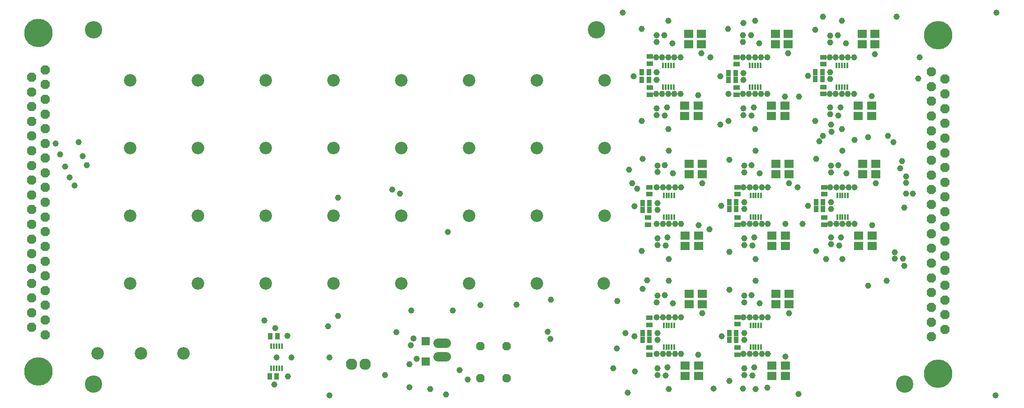
<source format=gbs>
G75*
%MOIN*%
%OFA0B0*%
%FSLAX25Y25*%
%IPPOS*%
%LPD*%
%AMOC8*
5,1,8,0,0,1.08239X$1,22.5*
%
%ADD10C,0.12795*%
%ADD11C,0.09252*%
%ADD12R,0.01575X0.04331*%
%ADD13OC8,0.06984*%
%ADD14C,0.20984*%
%ADD15R,0.06890X0.06102*%
%ADD16R,0.03740X0.04528*%
%ADD17R,0.04528X0.03740*%
%ADD18C,0.08384*%
%ADD19C,0.06984*%
%ADD20OC8,0.06184*%
%ADD21R,0.06496X0.06496*%
%ADD22C,0.04559*%
D10*
X0180457Y0048079D03*
X0778883Y0048079D03*
X0551595Y0309890D03*
X0180457Y0309890D03*
D11*
X0207595Y0272433D03*
X0257595Y0272433D03*
X0307595Y0272433D03*
X0357595Y0272433D03*
X0407595Y0272433D03*
X0457595Y0272433D03*
X0507595Y0272433D03*
X0557595Y0272433D03*
X0557595Y0222433D03*
X0507595Y0222433D03*
X0457595Y0222433D03*
X0407595Y0222433D03*
X0357595Y0222433D03*
X0307595Y0222433D03*
X0257595Y0222433D03*
X0207595Y0222433D03*
X0207595Y0172433D03*
X0257595Y0172433D03*
X0307595Y0172433D03*
X0357595Y0172433D03*
X0407595Y0172433D03*
X0457595Y0172433D03*
X0507595Y0172433D03*
X0557595Y0172433D03*
X0557095Y0122433D03*
X0507595Y0122433D03*
X0457595Y0122433D03*
X0407595Y0122433D03*
X0357595Y0122433D03*
X0307595Y0122433D03*
X0257595Y0122433D03*
X0207595Y0122433D03*
X0215595Y0070933D03*
X0247095Y0070933D03*
X0183595Y0070933D03*
D12*
X0311658Y0076004D03*
X0313627Y0076004D03*
X0315595Y0076004D03*
X0317564Y0076004D03*
X0319532Y0076004D03*
X0319532Y0059862D03*
X0317564Y0059862D03*
X0315595Y0059862D03*
X0313627Y0059862D03*
X0311658Y0059862D03*
X0601158Y0075362D03*
X0603127Y0075362D03*
X0605095Y0075362D03*
X0607064Y0075362D03*
X0609032Y0075362D03*
X0609032Y0091504D03*
X0607064Y0091504D03*
X0605095Y0091504D03*
X0603127Y0091504D03*
X0601158Y0091504D03*
X0665158Y0091504D03*
X0667127Y0091504D03*
X0669095Y0091504D03*
X0671064Y0091504D03*
X0673032Y0091504D03*
X0673032Y0075362D03*
X0671064Y0075362D03*
X0669095Y0075362D03*
X0667127Y0075362D03*
X0665158Y0075362D03*
X0665158Y0171362D03*
X0667127Y0171362D03*
X0669095Y0171362D03*
X0671064Y0171362D03*
X0673032Y0171362D03*
X0673032Y0187504D03*
X0671064Y0187504D03*
X0669095Y0187504D03*
X0667127Y0187504D03*
X0665158Y0187504D03*
X0609032Y0187504D03*
X0607064Y0187504D03*
X0605095Y0187504D03*
X0603127Y0187504D03*
X0601158Y0187504D03*
X0601158Y0171362D03*
X0603127Y0171362D03*
X0605095Y0171362D03*
X0607064Y0171362D03*
X0609032Y0171362D03*
X0729158Y0171362D03*
X0731127Y0171362D03*
X0733095Y0171362D03*
X0735064Y0171362D03*
X0737032Y0171362D03*
X0737032Y0187504D03*
X0735064Y0187504D03*
X0733095Y0187504D03*
X0731127Y0187504D03*
X0729158Y0187504D03*
X0728658Y0267362D03*
X0730627Y0267362D03*
X0732595Y0267362D03*
X0734564Y0267362D03*
X0736532Y0267362D03*
X0736532Y0283504D03*
X0734564Y0283504D03*
X0732595Y0283504D03*
X0730627Y0283504D03*
X0728658Y0283504D03*
X0672532Y0283504D03*
X0670564Y0283504D03*
X0668595Y0283504D03*
X0666627Y0283504D03*
X0664658Y0283504D03*
X0664658Y0267362D03*
X0666627Y0267362D03*
X0668595Y0267362D03*
X0670564Y0267362D03*
X0672532Y0267362D03*
X0608532Y0267362D03*
X0606564Y0267362D03*
X0604595Y0267362D03*
X0602627Y0267362D03*
X0600658Y0267362D03*
X0600658Y0283504D03*
X0602627Y0283504D03*
X0604595Y0283504D03*
X0606564Y0283504D03*
X0608532Y0283504D03*
D13*
X0798595Y0278733D03*
X0798595Y0267833D03*
X0808595Y0262433D03*
X0798595Y0257033D03*
X0808595Y0251533D03*
X0808595Y0240733D03*
X0798595Y0246133D03*
X0798595Y0235233D03*
X0808595Y0229833D03*
X0798595Y0224433D03*
X0808595Y0218933D03*
X0798595Y0213533D03*
X0798595Y0202633D03*
X0808595Y0197233D03*
X0798595Y0191833D03*
X0808595Y0186333D03*
X0798595Y0180933D03*
X0808595Y0175533D03*
X0808595Y0164633D03*
X0798595Y0159233D03*
X0808595Y0153733D03*
X0798595Y0148333D03*
X0808595Y0142933D03*
X0798595Y0137433D03*
X0798595Y0126533D03*
X0808595Y0121133D03*
X0798595Y0115733D03*
X0808595Y0110233D03*
X0808595Y0099433D03*
X0798595Y0104833D03*
X0798595Y0093933D03*
X0808595Y0088533D03*
X0798595Y0083133D03*
X0808595Y0132033D03*
X0798595Y0170033D03*
X0808595Y0208133D03*
X0808595Y0273333D03*
X0145095Y0269433D03*
X0135095Y0274833D03*
X0135095Y0263933D03*
X0145095Y0258533D03*
X0135095Y0253133D03*
X0145095Y0247633D03*
X0135095Y0242233D03*
X0145095Y0236833D03*
X0135095Y0231333D03*
X0145095Y0225933D03*
X0135095Y0220533D03*
X0145095Y0215033D03*
X0135095Y0209633D03*
X0145095Y0204133D03*
X0135095Y0198733D03*
X0145095Y0193333D03*
X0135095Y0187833D03*
X0145095Y0182433D03*
X0135095Y0177033D03*
X0145095Y0171533D03*
X0135095Y0166133D03*
X0145095Y0160733D03*
X0135095Y0155233D03*
X0145095Y0149833D03*
X0135095Y0144433D03*
X0145095Y0138933D03*
X0135095Y0133533D03*
X0145095Y0128133D03*
X0135095Y0122633D03*
X0145095Y0117233D03*
X0135095Y0111833D03*
X0145095Y0106333D03*
X0135095Y0100933D03*
X0145095Y0095533D03*
X0135095Y0090033D03*
X0145095Y0084633D03*
X0145095Y0280233D03*
D14*
X0140095Y0057433D03*
X0140095Y0307433D03*
X0803595Y0305933D03*
X0803595Y0055933D03*
D15*
X0691095Y0054193D03*
X0681095Y0054193D03*
X0681095Y0061673D03*
X0691095Y0061673D03*
X0627095Y0061673D03*
X0617095Y0061673D03*
X0617095Y0054193D03*
X0627095Y0054193D03*
X0629595Y0107193D03*
X0620095Y0107193D03*
X0620095Y0114673D03*
X0629595Y0114673D03*
X0684095Y0114673D03*
X0693595Y0114673D03*
X0693595Y0107193D03*
X0684095Y0107193D03*
X0681095Y0150193D03*
X0691095Y0150193D03*
X0691095Y0157673D03*
X0681095Y0157673D03*
X0627095Y0157673D03*
X0617095Y0157673D03*
X0617095Y0150193D03*
X0627095Y0150193D03*
X0745095Y0150193D03*
X0745095Y0157673D03*
X0755095Y0157673D03*
X0755095Y0150193D03*
X0757595Y0203193D03*
X0748095Y0203193D03*
X0748095Y0210673D03*
X0757595Y0210673D03*
X0693595Y0210673D03*
X0684095Y0210673D03*
X0684095Y0203193D03*
X0693595Y0203193D03*
X0629595Y0203193D03*
X0620095Y0203193D03*
X0620095Y0210673D03*
X0629595Y0210673D03*
X0626595Y0246193D03*
X0616595Y0246193D03*
X0616595Y0253673D03*
X0626595Y0253673D03*
X0680595Y0253673D03*
X0690595Y0253673D03*
X0690595Y0246193D03*
X0680595Y0246193D03*
X0744595Y0246193D03*
X0744595Y0253673D03*
X0754595Y0253673D03*
X0754595Y0246193D03*
X0757095Y0299193D03*
X0747595Y0299193D03*
X0747595Y0306673D03*
X0757095Y0306673D03*
X0693095Y0306673D03*
X0683595Y0306673D03*
X0683595Y0299193D03*
X0693095Y0299193D03*
X0629095Y0299193D03*
X0619595Y0299193D03*
X0619595Y0306673D03*
X0629095Y0306673D03*
D16*
X0649036Y0277933D03*
X0649036Y0272933D03*
X0654154Y0272933D03*
X0654154Y0277933D03*
X0713036Y0278433D03*
X0713036Y0273433D03*
X0718154Y0273433D03*
X0718154Y0278433D03*
X0590154Y0278433D03*
X0585036Y0278433D03*
X0585036Y0272933D03*
X0590154Y0272933D03*
X0590654Y0181933D03*
X0590654Y0176933D03*
X0585536Y0176933D03*
X0585536Y0181933D03*
X0649536Y0182433D03*
X0649536Y0177433D03*
X0654654Y0177433D03*
X0654654Y0182433D03*
X0713536Y0182433D03*
X0713536Y0177433D03*
X0718654Y0177433D03*
X0718654Y0182433D03*
X0654654Y0085933D03*
X0654654Y0080933D03*
X0649536Y0080933D03*
X0649536Y0085933D03*
X0590654Y0085933D03*
X0590654Y0080933D03*
X0585536Y0080933D03*
X0585536Y0085933D03*
X0316154Y0083433D03*
X0311036Y0083433D03*
X0310536Y0053933D03*
X0315654Y0053933D03*
D17*
X0590595Y0069874D03*
X0590595Y0074992D03*
X0590595Y0091874D03*
X0590595Y0096992D03*
X0655595Y0097492D03*
X0655595Y0092374D03*
X0655595Y0074992D03*
X0655595Y0069874D03*
X0655595Y0165874D03*
X0655595Y0170992D03*
X0655595Y0188374D03*
X0655595Y0193492D03*
X0590595Y0193492D03*
X0590595Y0188374D03*
X0589595Y0170992D03*
X0589595Y0165874D03*
X0719595Y0165874D03*
X0719595Y0170992D03*
X0719595Y0188374D03*
X0719595Y0193492D03*
X0719095Y0262374D03*
X0719095Y0267492D03*
X0719095Y0284374D03*
X0719095Y0289492D03*
X0655095Y0289492D03*
X0655095Y0284374D03*
X0655095Y0266992D03*
X0655095Y0261874D03*
X0591095Y0261874D03*
X0591095Y0266992D03*
X0591095Y0284874D03*
X0591095Y0289992D03*
D18*
X0381095Y0062933D03*
X0371095Y0062933D03*
D19*
X0434595Y0068433D02*
X0440595Y0068433D01*
X0440595Y0078433D02*
X0434595Y0078433D01*
D20*
X0465795Y0076233D03*
X0485395Y0076233D03*
X0485395Y0052633D03*
X0465795Y0052633D03*
D21*
X0425595Y0064953D03*
X0425595Y0079913D03*
D22*
X0416595Y0081933D03*
X0414595Y0076933D03*
X0404095Y0086433D03*
X0415095Y0102433D03*
X0445595Y0102433D03*
X0466095Y0106433D03*
X0492595Y0106933D03*
X0518095Y0110433D03*
X0567095Y0109433D03*
X0585595Y0118433D03*
X0589095Y0124933D03*
X0605095Y0124433D03*
X0602095Y0113933D03*
X0596595Y0113433D03*
X0596095Y0108433D03*
X0608095Y0107933D03*
X0629595Y0100433D03*
X0614095Y0097433D03*
X0609595Y0097433D03*
X0605095Y0097433D03*
X0600595Y0097433D03*
X0596095Y0097433D03*
X0596595Y0085933D03*
X0596595Y0080933D03*
X0579595Y0083433D03*
X0573095Y0085933D03*
X0566595Y0074433D03*
X0564095Y0059933D03*
X0580095Y0057433D03*
X0596595Y0054933D03*
X0596595Y0059933D03*
X0604095Y0060433D03*
X0602595Y0054433D03*
X0605095Y0044433D03*
X0638095Y0044933D03*
X0649595Y0050433D03*
X0660595Y0054933D03*
X0660595Y0059933D03*
X0668095Y0060433D03*
X0666595Y0054433D03*
X0669095Y0044433D03*
X0677595Y0045433D03*
X0659595Y0044933D03*
X0700595Y0040933D03*
X0691095Y0068433D03*
X0678095Y0070433D03*
X0673595Y0070433D03*
X0669095Y0070433D03*
X0664595Y0070433D03*
X0660095Y0070433D03*
X0660595Y0080933D03*
X0660595Y0085933D03*
X0644095Y0083433D03*
X0626595Y0069933D03*
X0614095Y0070433D03*
X0609595Y0070433D03*
X0605095Y0070433D03*
X0600595Y0070433D03*
X0596095Y0070433D03*
X0660095Y0097433D03*
X0664595Y0097433D03*
X0669095Y0097433D03*
X0673595Y0097433D03*
X0678095Y0097433D03*
X0693595Y0100433D03*
X0672095Y0107933D03*
X0666095Y0113933D03*
X0660595Y0113433D03*
X0660595Y0108433D03*
X0649595Y0117933D03*
X0669095Y0124433D03*
X0669095Y0140433D03*
X0649595Y0145933D03*
X0660595Y0150933D03*
X0660595Y0155933D03*
X0668095Y0156433D03*
X0666595Y0150433D03*
X0664595Y0166433D03*
X0660095Y0166433D03*
X0669095Y0166433D03*
X0673595Y0166433D03*
X0678095Y0166433D03*
X0691095Y0166433D03*
X0703595Y0166433D03*
X0724095Y0166433D03*
X0728595Y0166433D03*
X0733095Y0166433D03*
X0737595Y0166433D03*
X0742095Y0166433D03*
X0755095Y0165433D03*
X0732095Y0156433D03*
X0730595Y0150433D03*
X0724595Y0151433D03*
X0724595Y0156433D03*
X0713595Y0146433D03*
X0721095Y0140433D03*
X0733095Y0140433D03*
X0765595Y0124433D03*
X0752095Y0120933D03*
X0778595Y0135433D03*
X0777595Y0140933D03*
X0771595Y0140933D03*
X0771595Y0145433D03*
X0778595Y0178433D03*
X0780095Y0188933D03*
X0785095Y0188933D03*
X0780095Y0196933D03*
X0780095Y0201433D03*
X0775595Y0207433D03*
X0777095Y0212933D03*
X0770595Y0226933D03*
X0766595Y0231433D03*
X0752095Y0230433D03*
X0742095Y0228433D03*
X0733095Y0220433D03*
X0716095Y0227433D03*
X0718595Y0231433D03*
X0725095Y0234433D03*
X0724595Y0239933D03*
X0732595Y0236433D03*
X0713095Y0242433D03*
X0724095Y0247433D03*
X0730095Y0246433D03*
X0731595Y0252433D03*
X0724095Y0252433D03*
X0723595Y0262433D03*
X0728095Y0262433D03*
X0732595Y0262433D03*
X0737095Y0262433D03*
X0741595Y0262433D03*
X0754595Y0260933D03*
X0789095Y0273933D03*
X0790095Y0289433D03*
X0757095Y0291933D03*
X0741595Y0289433D03*
X0737095Y0289433D03*
X0732595Y0289433D03*
X0728095Y0289433D03*
X0723595Y0289433D03*
X0724095Y0278433D03*
X0724095Y0273433D03*
X0707595Y0275933D03*
X0677595Y0289433D03*
X0673095Y0289433D03*
X0668595Y0289433D03*
X0664095Y0289433D03*
X0659595Y0289433D03*
X0659595Y0300933D03*
X0671595Y0299933D03*
X0665595Y0305933D03*
X0659595Y0305933D03*
X0648595Y0310433D03*
X0660095Y0314933D03*
X0668595Y0316433D03*
X0713095Y0309933D03*
X0718595Y0319433D03*
X0732595Y0316433D03*
X0729595Y0305933D03*
X0724095Y0305433D03*
X0724095Y0300433D03*
X0735595Y0299933D03*
X0693095Y0292433D03*
X0660095Y0277933D03*
X0660095Y0272933D03*
X0643095Y0275433D03*
X0635595Y0289433D03*
X0629095Y0292433D03*
X0613595Y0289433D03*
X0609095Y0289433D03*
X0604595Y0289433D03*
X0600095Y0289433D03*
X0595595Y0289433D03*
X0596095Y0278433D03*
X0596095Y0272933D03*
X0579095Y0275433D03*
X0595595Y0262433D03*
X0600095Y0262433D03*
X0604595Y0262433D03*
X0609095Y0262433D03*
X0613595Y0262433D03*
X0626595Y0261433D03*
X0603595Y0252433D03*
X0596095Y0251933D03*
X0596095Y0246933D03*
X0602095Y0246433D03*
X0585095Y0242433D03*
X0604595Y0236433D03*
X0605095Y0220433D03*
X0602095Y0209933D03*
X0596595Y0209433D03*
X0596595Y0204933D03*
X0608095Y0203933D03*
X0629595Y0196433D03*
X0614095Y0193433D03*
X0609595Y0193433D03*
X0605095Y0193433D03*
X0600595Y0193433D03*
X0596095Y0193433D03*
X0581595Y0192433D03*
X0578095Y0196433D03*
X0575595Y0206433D03*
X0585595Y0214433D03*
X0643095Y0239933D03*
X0649095Y0242433D03*
X0660095Y0246933D03*
X0660095Y0251933D03*
X0667595Y0252433D03*
X0666095Y0246433D03*
X0668595Y0236433D03*
X0669095Y0220433D03*
X0649595Y0213933D03*
X0660595Y0209433D03*
X0660595Y0204433D03*
X0666095Y0209933D03*
X0672095Y0203933D03*
X0673595Y0193433D03*
X0669095Y0193433D03*
X0664595Y0193433D03*
X0660095Y0193433D03*
X0678095Y0193433D03*
X0693595Y0196433D03*
X0700095Y0193433D03*
X0707595Y0179933D03*
X0724595Y0177433D03*
X0724595Y0182433D03*
X0724095Y0193433D03*
X0728595Y0193433D03*
X0733095Y0193433D03*
X0737595Y0193433D03*
X0742095Y0193433D03*
X0757595Y0196433D03*
X0736095Y0203933D03*
X0730095Y0209933D03*
X0724595Y0209433D03*
X0724595Y0204433D03*
X0713595Y0214433D03*
X0660595Y0182433D03*
X0660595Y0177433D03*
X0643595Y0179933D03*
X0627095Y0165433D03*
X0635095Y0162433D03*
X0614095Y0166433D03*
X0609595Y0166433D03*
X0605095Y0166433D03*
X0600595Y0166433D03*
X0596095Y0166433D03*
X0596595Y0155933D03*
X0596595Y0150933D03*
X0602595Y0150433D03*
X0604095Y0156433D03*
X0585095Y0146433D03*
X0605095Y0140433D03*
X0596595Y0176933D03*
X0596595Y0181933D03*
X0579595Y0179433D03*
X0442095Y0160433D03*
X0406595Y0188933D03*
X0401095Y0191933D03*
X0361095Y0185933D03*
X0175595Y0209933D03*
X0172595Y0216433D03*
X0159595Y0208933D03*
X0163095Y0200933D03*
X0166595Y0194933D03*
X0156095Y0217933D03*
X0152595Y0225933D03*
X0169595Y0226933D03*
X0361095Y0098433D03*
X0353595Y0090933D03*
X0323595Y0083933D03*
X0314595Y0089433D03*
X0306495Y0095033D03*
X0315595Y0067933D03*
X0326595Y0067933D03*
X0324095Y0053933D03*
X0314095Y0047933D03*
X0354595Y0039933D03*
X0395595Y0054933D03*
X0413595Y0062933D03*
X0419095Y0066933D03*
X0450595Y0058433D03*
X0456595Y0051433D03*
X0440595Y0040433D03*
X0429095Y0044433D03*
X0413595Y0045933D03*
X0354595Y0067933D03*
X0515595Y0086933D03*
X0517595Y0081433D03*
X0574595Y0041933D03*
X0846095Y0039933D03*
X0701095Y0260433D03*
X0690595Y0260433D03*
X0677595Y0262433D03*
X0673095Y0262433D03*
X0668595Y0262433D03*
X0664095Y0262433D03*
X0659595Y0262433D03*
X0649095Y0262433D03*
X0607595Y0299933D03*
X0596095Y0300933D03*
X0596095Y0305933D03*
X0601595Y0305933D03*
X0604595Y0316433D03*
X0585095Y0310433D03*
X0571095Y0322433D03*
X0773095Y0319433D03*
X0846595Y0322433D03*
M02*

</source>
